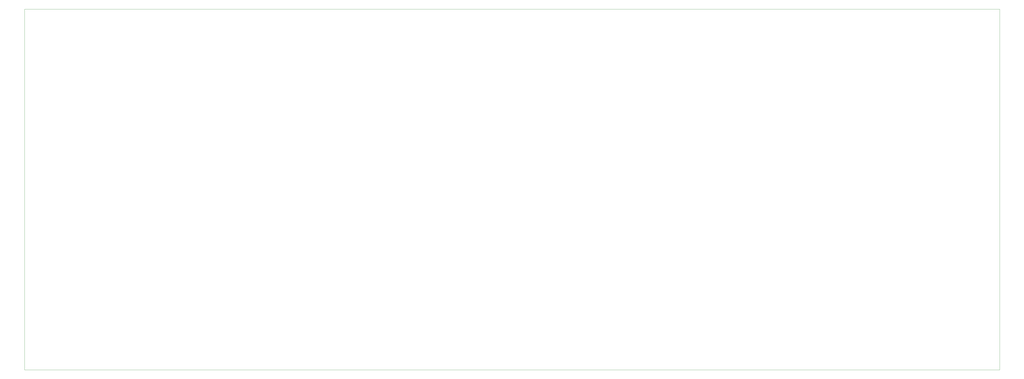
<source format=gbr>
%TF.GenerationSoftware,KiCad,Pcbnew,9.0.2*%
%TF.CreationDate,2025-06-29T16:27:35+05:30*%
%TF.ProjectId,Mechatron Schematic,4d656368-6174-4726-9f6e-20536368656d,rev?*%
%TF.SameCoordinates,Original*%
%TF.FileFunction,Profile,NP*%
%FSLAX46Y46*%
G04 Gerber Fmt 4.6, Leading zero omitted, Abs format (unit mm)*
G04 Created by KiCad (PCBNEW 9.0.2) date 2025-06-29 16:27:35*
%MOMM*%
%LPD*%
G01*
G04 APERTURE LIST*
%TA.AperFunction,Profile*%
%ADD10C,0.050000*%
%TD*%
G04 APERTURE END LIST*
D10*
X92000000Y-147520000D02*
X489000000Y-147520000D01*
X489000000Y-294480000D01*
X92000000Y-294480000D01*
X92000000Y-147520000D01*
M02*

</source>
